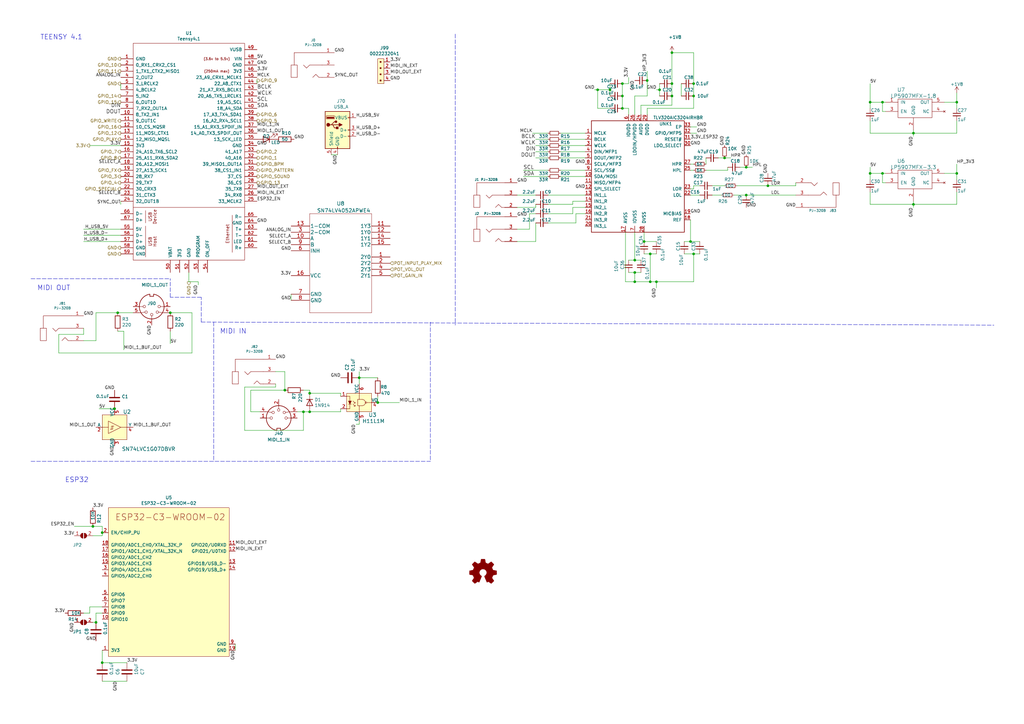
<source format=kicad_sch>
(kicad_sch (version 20211123) (generator eeschema)
  (paper "A3")
  (title_block (title "Pocket Operator MIDI Adapter") (rev "3.4") (company "Hanz Tech Inc"))
  (junction (at 361.95 71.12))
  (junction (at 266.7 104.14))
  (junction (at 260.35 115.57))
  (junction (at 69.85 128.27))
  (junction (at 41.91 271.78))
  (junction (at 264.16 99.06))
  (junction (at 266.7 115.57))
  (junction (at 374.65 83.82))
  (junction (at 255.27 39.37))
  (junction (at 306.07 80.01))
  (junction (at 265.43 33.02))
  (junction (at 284.48 104.14))
  (junction (at 297.18 64.77))
  (junction (at 260.35 111.76))
  (junction (at 127 168.91))
  (junction (at 356.87 41.91))
  (junction (at 361.95 41.91))
  (junction (at 275.59 34.29))
  (junction (at 314.96 76.2))
  (junction (at 38.1 215.9))
  (junction (at 392.43 41.91))
  (junction (at 275.59 21.59))
  (junction (at 392.43 71.12))
  (junction (at 275.59 39.37))
  (junction (at 283.21 99.06))
  (junction (at 245.11 36.83))
  (junction (at 269.24 115.57))
  (junction (at 127 161.29))
  (junction (at 270.51 36.83))
  (junction (at 260.35 106.68))
  (junction (at 147.32 154.94))
  (junction (at 48.26 128.27))
  (junction (at 284.48 39.37))
  (junction (at 116.84 160.02))
  (junction (at 41.91 218.44))
  (junction (at 306.07 68.58))
  (junction (at 124.46 168.91))
  (junction (at 356.87 71.12))
  (junction (at 39.37 255.27))
  (junction (at 255.27 44.45))
  (junction (at 284.48 34.29))
  (junction (at 374.65 54.61))
  (junction (at 46.99 167.64))
  (junction (at 250.19 36.83))
  (junction (at 154.94 165.1))
  (junction (at 255.27 34.29))
  (wire (pts (xy 234.95 85.09) (xy 240.03 85.09)))
  (wire (pts (xy 100.33 176.53) (xy 124.46 176.53)))
  (wire (pts (xy 284.48 104.14) (xy 287.02 104.14)))
  (polyline (pts (xy 82.55 121.92) (xy 69.85 121.92)))
  (wire (pts (xy 212.09 93.98) (xy 217.17 93.98)))
  (wire (pts (xy 280.67 104.14) (xy 284.48 104.14)))
  (wire (pts (xy 302.26 76.2) (xy 314.96 76.2)))
  (wire (pts (xy 326.39 76.2) (xy 326.39 74.93)))
  (wire (pts (xy 392.43 83.82) (xy 392.43 78.74)))
  (wire (pts (xy 100.33 158.75) (xy 100.33 176.53)))
  (wire (pts (xy 39.37 128.27) (xy 39.37 139.7)))
  (wire (pts (xy 102.87 160.02) (xy 116.84 160.02)))
  (wire (pts (xy 284.48 21.59) (xy 284.48 34.29)))
  (wire (pts (xy 292.1 76.2) (xy 297.18 76.2)))
  (wire (pts (xy 262.89 43.18) (xy 275.59 43.18)))
  (wire (pts (xy 250.19 36.83) (xy 250.19 39.37)))
  (wire (pts (xy 116.84 152.4) (xy 116.84 160.02)))
  (wire (pts (xy 306.07 80.01) (xy 326.39 80.01)))
  (wire (pts (xy 39.37 139.7) (xy 34.29 139.7)))
  (wire (pts (xy 387.35 41.91) (xy 392.43 41.91)))
  (wire (pts (xy 361.95 71.12) (xy 363.22 71.12)))
  (wire (pts (xy 127 161.29) (xy 139.7 161.29)))
  (wire (pts (xy 269.24 115.57) (xy 269.24 118.11)))
  (wire (pts (xy 275.59 21.59) (xy 284.48 21.59)))
  (wire (pts (xy 30.48 215.9) (xy 38.1 215.9)))
  (wire (pts (xy 260.35 115.57) (xy 260.35 111.76)))
  (wire (pts (xy 269.24 36.83) (xy 270.51 36.83)))
  (wire (pts (xy 121.92 168.91) (xy 124.46 168.91)))
  (wire (pts (xy 284.48 115.57) (xy 269.24 115.57)))
  (wire (pts (xy 260.35 106.68) (xy 262.89 106.68)))
  (wire (pts (xy 387.35 71.12) (xy 392.43 71.12)))
  (wire (pts (xy 127 168.91) (xy 139.7 168.91)))
  (wire (pts (xy 314.96 76.2) (xy 326.39 76.2)))
  (wire (pts (xy 105.41 33.02) (xy 105.41 34.29)))
  (wire (pts (xy 256.54 95.25) (xy 256.54 115.57)))
  (wire (pts (xy 81.28 116.84) (xy 81.28 115.57)))
  (wire (pts (xy 24.13 137.16) (xy 34.29 137.16)))
  (wire (pts (xy 356.87 41.91) (xy 361.95 41.91)))
  (wire (pts (xy 229.87 59.69) (xy 240.03 59.69)))
  (wire (pts (xy 69.85 135.89) (xy 69.85 140.97)))
  (polyline (pts (xy 12.7 114.3) (xy 69.85 114.3)))
  (wire (pts (xy 265.43 29.21) (xy 265.43 33.02)))
  (wire (pts (xy 285.75 54.61) (xy 283.21 54.61)))
  (wire (pts (xy 127 160.02) (xy 127 161.29)))
  (wire (pts (xy 392.43 71.12) (xy 392.43 73.66)))
  (wire (pts (xy 299.72 64.77) (xy 297.18 64.77)))
  (wire (pts (xy 34.29 251.46) (xy 36.83 251.46)))
  (wire (pts (xy 284.48 39.37) (xy 284.48 44.45)))
  (wire (pts (xy 217.17 93.98) (xy 217.17 87.63)))
  (wire (pts (xy 266.7 115.57) (xy 260.35 115.57)))
  (wire (pts (xy 41.91 215.9) (xy 38.1 215.9)))
  (wire (pts (xy 266.7 104.14) (xy 266.7 115.57)))
  (polyline (pts (xy 12.7 189.23) (xy 176.53 189.23)))
  (wire (pts (xy 265.43 46.99) (xy 265.43 44.45)))
  (wire (pts (xy 374.65 83.82) (xy 392.43 83.82)))
  (polyline (pts (xy 186.69 13.97) (xy 186.69 133.35)))
  (wire (pts (xy 78.74 144.78) (xy 24.13 144.78)))
  (wire (pts (xy 250.19 44.45) (xy 245.11 44.45)))
  (wire (pts (xy 266.7 104.14) (xy 269.24 104.14)))
  (wire (pts (xy 219.71 85.09) (xy 219.71 83.82)))
  (wire (pts (xy 146.05 173.99) (xy 147.32 173.99)))
  (wire (pts (xy 363.22 45.72) (xy 361.95 45.72)))
  (wire (pts (xy 135.89 63.5) (xy 138.43 63.5)))
  (wire (pts (xy 374.65 54.61) (xy 374.65 55.88)))
  (wire (pts (xy 139.7 161.29) (xy 139.7 162.56)))
  (wire (pts (xy 102.87 168.91) (xy 102.87 160.02)))
  (wire (pts (xy 392.43 41.91) (xy 392.43 44.45)))
  (wire (pts (xy 229.87 62.23) (xy 240.03 62.23)))
  (wire (pts (xy 224.79 87.63) (xy 234.95 87.63)))
  (wire (pts (xy 260.35 111.76) (xy 262.89 111.76)))
  (wire (pts (xy 275.59 34.29) (xy 275.59 39.37)))
  (wire (pts (xy 245.11 44.45) (xy 245.11 36.83)))
  (wire (pts (xy 265.43 44.45) (xy 284.48 44.45)))
  (wire (pts (xy 49.53 99.06) (xy 34.29 99.06)))
  (wire (pts (xy 119.38 120.65) (xy 119.38 123.19)))
  (wire (pts (xy 298.45 69.85) (xy 298.45 68.58)))
  (wire (pts (xy 224.79 83.82) (xy 234.95 83.82)))
  (wire (pts (xy 392.43 38.1) (xy 392.43 41.91)))
  (wire (pts (xy 124.46 160.02) (xy 127 160.02)))
  (wire (pts (xy 234.95 83.82) (xy 234.95 82.55)))
  (wire (pts (xy 49.53 93.98) (xy 34.29 93.98)))
  (wire (pts (xy 224.79 72.39) (xy 214.63 72.39)))
  (wire (pts (xy 363.22 74.93) (xy 361.95 74.93)))
  (wire (pts (xy 356.87 83.82) (xy 374.65 83.82)))
  (wire (pts (xy 285.75 52.07) (xy 283.21 52.07)))
  (wire (pts (xy 96.52 266.7) (xy 96.52 264.16)))
  (wire (pts (xy 24.13 144.78) (xy 24.13 137.16)))
  (wire (pts (xy 78.74 128.27) (xy 78.74 144.78)))
  (polyline (pts (xy 82.55 132.08) (xy 82.55 121.92)))
  (wire (pts (xy 279.4 34.29) (xy 279.4 39.37)))
  (wire (pts (xy 219.71 59.69) (xy 224.79 59.69)))
  (wire (pts (xy 374.65 54.61) (xy 392.43 54.61)))
  (wire (pts (xy 236.22 91.44) (xy 236.22 87.63)))
  (wire (pts (xy 257.81 31.75) (xy 257.81 34.29)))
  (wire (pts (xy 280.67 99.06) (xy 283.21 99.06)))
  (polyline (pts (xy 87.63 132.08) (xy 87.63 189.23)))
  (wire (pts (xy 255.27 39.37) (xy 255.27 44.45)))
  (wire (pts (xy 229.87 54.61) (xy 240.03 54.61)))
  (wire (pts (xy 257.81 34.29) (xy 255.27 34.29)))
  (wire (pts (xy 243.84 36.83) (xy 245.11 36.83)))
  (wire (pts (xy 212.09 99.06) (xy 219.71 99.06)))
  (wire (pts (xy 147.32 173.99) (xy 147.32 172.72)))
  (polyline (pts (xy 176.53 132.08) (xy 176.53 189.23)))
  (wire (pts (xy 41.91 219.71) (xy 41.91 218.44)))
  (wire (pts (xy 392.43 54.61) (xy 392.43 49.53)))
  (wire (pts (xy 283.21 69.85) (xy 284.48 69.85)))
  (wire (pts (xy 219.71 99.06) (xy 219.71 91.44)))
  (wire (pts (xy 219.71 57.15) (xy 224.79 57.15)))
  (wire (pts (xy 257.81 46.99) (xy 257.81 44.45)))
  (wire (pts (xy 139.7 168.91) (xy 139.7 167.64)))
  (polyline (pts (xy 69.85 121.92) (xy 69.85 114.3)))
  (wire (pts (xy 289.56 69.85) (xy 298.45 69.85)))
  (wire (pts (xy 39.37 255.27) (xy 39.37 251.46)))
  (wire (pts (xy 34.29 137.16) (xy 34.29 134.62)))
  (wire (pts (xy 41.91 218.44) (xy 41.91 215.9)))
  (wire (pts (xy 356.87 78.74) (xy 356.87 83.82)))
  (wire (pts (xy 356.87 54.61) (xy 374.65 54.61)))
  (wire (pts (xy 41.91 271.78) (xy 41.91 266.7)))
  (wire (pts (xy 113.03 158.75) (xy 100.33 158.75)))
  (wire (pts (xy 48.26 128.27) (xy 54.61 128.27)))
  (wire (pts (xy 356.87 71.12) (xy 356.87 73.66)))
  (wire (pts (xy 124.46 176.53) (xy 124.46 168.91)))
  (wire (pts (xy 41.91 279.4) (xy 52.07 279.4)))
  (wire (pts (xy 49.53 96.52) (xy 34.29 96.52)))
  (wire (pts (xy 154.94 165.1) (xy 163.83 165.1)))
  (wire (pts (xy 292.1 80.01) (xy 295.91 80.01)))
  (wire (pts (xy 356.87 68.58) (xy 356.87 71.12)))
  (wire (pts (xy 275.59 21.59) (xy 275.59 34.29)))
  (wire (pts (xy 212.09 80.01) (xy 219.71 80.01)))
  (wire (pts (xy 38.1 219.71) (xy 41.91 219.71)))
  (wire (pts (xy 147.32 152.4) (xy 147.32 154.94)))
  (wire (pts (xy 284.48 34.29) (xy 284.48 39.37)))
  (wire (pts (xy 212.09 85.09) (xy 219.71 85.09)))
  (wire (pts (xy 303.53 68.58) (xy 306.07 68.58)))
  (wire (pts (xy 219.71 62.23) (xy 224.79 62.23)))
  (wire (pts (xy 283.21 80.01) (xy 287.02 80.01)))
  (wire (pts (xy 262.89 46.99) (xy 262.89 43.18)))
  (wire (pts (xy 283.21 67.31) (xy 284.48 67.31)))
  (wire (pts (xy 219.71 64.77) (xy 224.79 64.77)))
  (wire (pts (xy 260.35 46.99) (xy 260.35 39.37)))
  (polyline (pts (xy 82.55 132.08) (xy 407.67 133.35)))
  (wire (pts (xy 147.32 157.48) (xy 147.32 154.94)))
  (wire (pts (xy 41.91 271.78) (xy 52.07 271.78)))
  (wire (pts (xy 392.43 67.31) (xy 392.43 71.12)))
  (wire (pts (xy 270.51 34.29) (xy 270.51 36.83)))
  (wire (pts (xy 49.53 83.82) (xy 49.53 82.55)))
  (wire (pts (xy 147.32 154.94) (xy 154.94 154.94)))
  (wire (pts (xy 265.43 39.37) (xy 265.43 33.02)))
  (wire (pts (xy 361.95 74.93) (xy 361.95 71.12)))
  (wire (pts (xy 374.65 83.82) (xy 374.65 85.09)))
  (wire (pts (xy 356.87 71.12) (xy 361.95 71.12)))
  (wire (pts (xy 257.81 44.45) (xy 255.27 44.45)))
  (wire (pts (xy 289.56 67.31) (xy 289.56 64.77)))
  (wire (pts (xy 124.46 168.91) (xy 127 168.91)))
  (wire (pts (xy 275.59 39.37) (xy 275.59 43.18)))
  (wire (pts (xy 69.85 128.27) (xy 78.74 128.27)))
  (wire (pts (xy 113.03 152.4) (xy 116.84 152.4)))
  (wire (pts (xy 234.95 87.63) (xy 234.95 85.09)))
  (wire (pts (xy 361.95 41.91) (xy 363.22 41.91)))
  (wire (pts (xy 284.48 77.47) (xy 284.48 76.2)))
  (wire (pts (xy 229.87 64.77) (xy 240.03 64.77)))
  (wire (pts (xy 218.44 54.61) (xy 224.79 54.61)))
  (wire (pts (xy 306.07 68.58) (xy 308.61 68.58)))
  (wire (pts (xy 264.16 99.06) (xy 269.24 99.06)))
  (wire (pts (xy 260.35 39.37) (xy 265.43 39.37)))
  (wire (pts (xy 361.95 45.72) (xy 361.95 41.91)))
  (wire (pts (xy 77.47 115.57) (xy 77.47 111.76)))
  (wire (pts (xy 217.17 87.63) (xy 219.71 87.63)))
  (wire (pts (xy 250.19 34.29) (xy 250.19 36.83)))
  (wire (pts (xy 224.79 91.44) (xy 236.22 91.44)))
  (wire (pts (xy 283.21 90.17) (xy 283.21 99.06)))
  (wire (pts (xy 374.65 53.34) (xy 374.65 54.61)))
  (wire (pts (xy 39.37 128.27) (xy 48.26 128.27)))
  (wire (pts (xy 36.83 248.92) (xy 41.91 248.92)))
  (wire (pts (xy 229.87 57.15) (xy 240.03 57.15)))
  (wire (pts (xy 284.48 76.2) (xy 287.02 76.2)))
  (wire (pts (xy 356.87 49.53) (xy 356.87 54.61)))
  (wire (pts (xy 257.81 111.76) (xy 260.35 111.76)))
  (wire (pts (xy 36.83 59.69) (xy 49.53 59.69)))
  (wire (pts (xy 234.95 82.55) (xy 240.03 82.55)))
  (wire (pts (xy 245.11 36.83) (xy 250.19 36.83)))
  (wire (pts (xy 374.65 82.55) (xy 374.65 83.82)))
  (wire (pts (xy 229.87 69.85) (xy 240.03 69.85)))
  (wire (pts (xy 297.18 64.77) (xy 294.64 64.77)))
  (wire (pts (xy 38.1 255.27) (xy 39.37 255.27)))
  (wire (pts (xy 224.79 69.85) (xy 214.63 69.85)))
  (wire (pts (xy 264.16 104.14) (xy 266.7 104.14)))
  (wire (pts (xy 256.54 115.57) (xy 260.35 115.57)))
  (wire (pts (xy 284.48 104.14) (xy 284.48 115.57)))
  (wire (pts (xy 106.68 168.91) (xy 102.87 168.91)))
  (wire (pts (xy 356.87 41.91) (xy 356.87 44.45)))
  (wire (pts (xy 260.35 95.25) (xy 260.35 106.68)))
  (wire (pts (xy 269.24 115.57) (xy 266.7 115.57)))
  (wire (pts (xy 356.87 34.29) (xy 356.87 41.91)))
  (wire (pts (xy 270.51 36.83) (xy 270.51 39.37)))
  (wire (pts (xy 224.79 80.01) (xy 240.03 80.01)))
  (wire (pts (xy 300.99 80.01) (xy 306.07 80.01)))
  (wire (pts (xy 283.21 77.47) (xy 284.48 77.47)))
  (wire (pts (xy 40.64 167.64) (xy 46.99 167.64)))
  (wire (pts (xy 236.22 87.63) (xy 240.03 87.63)))
  (wire (pts (xy 283.21 99.06) (xy 287.02 99.06)))
  (wire (pts (xy 229.87 72.39) (xy 240.03 72.39)))
  (wire (pts (xy 257.81 106.68) (xy 260.35 106.68)))
  (wire (pts (xy 50.8 143.51) (xy 50.8 135.89)))
  (wire (pts (xy 49.53 34.29) (xy 49.53 36.83)))
  (wire (pts (xy 154.94 162.56) (xy 154.94 165.1)))
  (wire (pts (xy 264.16 95.25) (xy 264.16 99.06)))
  (wire (pts (xy 39.37 251.46) (xy 41.91 251.46)))
  (wire (pts (xy 36.83 251.46) (xy 36.83 248.92)))
  (wire (pts (xy 113.03 158.75) (xy 113.03 157.48)))
  (wire (pts (xy 255.27 34.29) (xy 255.27 39.37)))
  (wire (pts (xy 81.28 115.57) (xy 77.47 115.57)))
  (wire (pts (xy 50.8 135.89) (xy 48.26 135.89)))
  (text "MIDI OUT" (at 15.24 119.38 0) (effects (font (size 2 2)) (justify left bottom)))
  (text "ESP32" (at 26.67 198.12 0) (effects (font (size 2 2)) (justify left bottom)))
  (text "MIDI IN" (at 90.17 137.16 0) (effects (font (size 2 2)) (justify left bottom)))
  (text "TEENSY 4.1\n" (at 16.51 16.51 0) (effects (font (size 2 2)) (justify left bottom)))
  (label "GND" (at 283.21 87.63 0))
  (label "HP_3V3" (at 392.43 67.31 0))
  (label "GND" (at 62.23 133.35 270))
  (label "GND" (at 146.05 173.99 270))
  (label "3.3V" (at 38.1 208.28 0))
  (label "3.3V_ESP32" (at 283.21 57.15 0))
  (label "GND" (at 269.24 118.11 270))
  (label "SELECT_A" (at 49.53 67.31 180))
  (label "GND" (at 48.26 279.4 270))
  (label "5V" (at 356.87 68.58 0))
  (label "DIN" (at 49.53 44.45 180) (effects (font (size 1.524 1.524))))
  (label "DOUT" (at 49.53 46.99 180) (effects (font (size 1.524 1.524))))
  (label "MCLK" (at 218.44 54.61 180))
  (label "GND" (at 306.07 63.5 90))
  (label "3.3V" (at 147.32 152.4 0))
  (label "MIDI_1_OUT" (at 105.41 54.61 0))
  (label "GND" (at 105.41 59.69 0))
  (label "GND" (at 34.29 129.54 0))
  (label "LOR" (at 316.23 76.2 0))
  (label "SCL" (at 105.41 41.91 0) (effects (font (size 1.524 1.524))))
  (label "GND" (at 285.75 52.07 0))
  (label "3.3V" (at 160.02 25.4 0))
  (label "MIDI_1_IN" (at 105.41 52.07 0))
  (label "GND" (at 138.43 63.5 270))
  (label "GND" (at 285.75 54.61 0))
  (label "GND" (at 297.18 59.69 90))
  (label "GND" (at 374.65 55.88 270))
  (label "GND" (at 81.28 116.84 270))
  (label "WCLK" (at 219.71 59.69 180) (effects (font (size 1.524 1.524))))
  (label "ESP32_EN" (at 30.48 215.9 180))
  (label "MIDI_1_IN" (at 163.83 165.1 0))
  (label "H_USB_5V" (at 44.45 93.98 180))
  (label "MIDI_IN_EXT" (at 96.52 226.06 0))
  (label "SDA" (at 214.63 72.39 0) (effects (font (size 1.524 1.524))))
  (label "GND" (at 139.7 154.94 180))
  (label "MIDI_OUT_EXT" (at 160.02 30.48 0))
  (label "GND" (at 105.41 26.67 0))
  (label "MCLK" (at 105.41 31.75 0))
  (label "5V" (at 105.41 24.13 0))
  (label "SYNC_OUT" (at 137.16 31.75 0))
  (label "GND" (at 314.96 71.12 90))
  (label "3.3V" (at 30.48 219.71 180))
  (label "GND" (at 113.03 147.32 0))
  (label "3.3V" (at 26.67 251.46 180))
  (label "GND" (at 212.09 88.9 0))
  (label "WCLK" (at 105.41 39.37 0) (effects (font (size 1.524 1.524))))
  (label "SDA" (at 105.41 44.45 0) (effects (font (size 1.524 1.524))))
  (label "H_USB_D-" (at 146.05 55.88 0))
  (label "3.3V" (at 257.81 31.75 90))
  (label "GND" (at 326.39 85.09 180))
  (label "MIDI_1_OUT" (at 39.37 175.26 180))
  (label "H_USB_D+" (at 146.05 53.34 0))
  (label "MIDI_OUT_EXT" (at 96.52 223.52 0))
  (label "GND" (at 306.07 85.09 0))
  (label "GND" (at 105.41 91.44 0))
  (label "HP_3V3" (at 265.43 29.21 90))
  (label "GND" (at 46.99 160.02 180))
  (label "3.3V" (at 49.53 59.69 180))
  (label "GND" (at 283.21 59.69 0))
  (label "BCLK" (at 105.41 36.83 0) (effects (font (size 1.524 1.524))))
  (label "3.3V" (at 119.38 113.03 180))
  (label "GND" (at 260.35 33.02 270))
  (label "5V" (at 40.64 167.64 0))
  (label "GND" (at 160.02 33.02 0))
  (label "H_USB_D+" (at 44.45 99.06 180))
  (label "GND" (at 30.48 255.27 270))
  (label "GND" (at 96.52 266.7 270))
  (label "GND" (at 39.37 262.89 180))
  (label "GND" (at 240.03 67.31 180))
  (label "MIDI_IN_EXT" (at 105.41 80.01 0))
  (label "DOUT" (at 219.71 64.77 180) (effects (font (size 1.524 1.524))))
  (label "HPL" (at 308.61 68.58 0))
  (label "GND" (at 243.84 36.83 180))
  (label "MIDI_IN_EXT" (at 160.02 27.94 0))
  (label "H_USB_5V" (at 146.05 48.26 0))
  (label "GND" (at 119.38 102.87 180))
  (label "GND" (at 119.38 123.19 180))
  (label "SELECT_A" (at 119.38 97.79 180))
  (label "GND" (at 212.09 74.93 0))
  (label "HPR" (at 299.72 64.77 0))
  (label "GND" (at 374.65 85.09 270))
  (label "ESP32_EN" (at 105.41 82.55 0))
  (label "GND" (at 120.65 57.15 0))
  (label "3.3V" (at 105.41 29.21 0))
  (label "SYNC_OUT" (at 49.53 83.82 180))
  (label "GND" (at 240.03 77.47 180))
  (label "GND" (at 137.16 21.59 0))
  (label "5V" (at 356.87 34.29 0))
  (label "SELECT_B" (at 49.53 80.01 180))
  (label "SELECT_B" (at 119.38 100.33 180))
  (label "MIDI_1_BUF_OUT" (at 50.8 143.51 0))
  (label "5V" (at 69.85 140.97 0))
  (label "GND" (at 269.24 36.83 180))
  (label "MIDI_OUT_EXT" (at 105.41 77.47 0))
  (label "H_USB_D-" (at 44.45 96.52 180))
  (label "ANALOG_IN" (at 49.53 31.75 180))
  (label "GND" (at 46.99 182.88 270))
  (label "BCLK" (at 219.71 57.15 180) (effects (font (size 1.524 1.524))))
  (label "DIN" (at 219.71 62.23 180) (effects (font (size 1.524 1.524))))
  (label "SCL" (at 214.63 69.85 0) (effects (font (size 1.524 1.524))))
  (label "3.3V" (at 52.07 271.78 0))
  (label "ANALOG_IN" (at 119.38 95.25 180))
  (label "LOL" (at 316.23 80.01 0))
  (label "MIDI_1_BUF_OUT" (at 54.61 175.26 0))
  (hierarchical_label "GND" (shape output) (at 49.53 34.29 180))
  (hierarchical_label "GND" (shape output) (at 49.53 101.6 180))
  (hierarchical_label "GPIO_4" (shape output) (at 49.53 74.93 180))
  (hierarchical_label "GPIO_WRITE" (shape output) (at 49.53 49.53 180))
  (hierarchical_label "GPIO_SPECIAL" (shape output) (at 49.53 77.47 180))
  (hierarchical_label "GPIO_FX" (shape output) (at 49.53 69.85 180))
  (hierarchical_label "GPIO_11" (shape output) (at 49.53 29.21 180))
  (hierarchical_label "POT_INPUT_PLAY_MIX" (shape input) (at 160.02 107.95 0))
  (hierarchical_label "GPIO_SOUND" (shape output) (at 105.41 72.39 0))
  (hierarchical_label "POT_VOL_OUT" (shape input) (at 160.02 110.49 0))
  (hierarchical_label "GPIO_7" (shape output) (at 49.53 62.23 180))
  (hierarchical_label "GIPO_PATTERN" (shape output) (at 105.41 69.85 0))
  (hierarchical_label "GPIO_16" (shape output) (at 49.53 52.07 180))
  (hierarchical_label "GPIO_PLAY" (shape output) (at 49.53 57.15 180))
  (hierarchical_label "GPIO_BPM" (shape output) (at 105.41 67.31 0))
  (hierarchical_label "GPIO_13" (shape output) (at 105.41 74.93 0))
  (hierarchical_label "GPIO_14" (shape output) (at 49.53 39.37 180))
  (hierarchical_label "GPIO_9" (shape output) (at 105.41 33.02 0))
  (hierarchical_label "GPIO_5" (shape output) (at 105.41 49.53 0))
  (hierarchical_label "GPIO_3" (shape output) (at 49.53 72.39 180))
  (hierarchical_label "GPIO_10" (shape output) (at 49.53 26.67 180))
  (hierarchical_label "GND" (shape output) (at 77.47 115.57 270))
  (hierarchical_label "GPIO_6" (shape output) (at 105.41 46.99 0))
  (hierarchical_label "GND" (shape output) (at 49.53 104.14 180))
  (hierarchical_label "GPIO_8" (shape output) (at 49.53 64.77 180))
  (hierarchical_label "GPIO_12" (shape output) (at 49.53 54.61 180))
  (hierarchical_label "GND" (shape output) (at 49.53 24.13 180))
  (hierarchical_label "POT_GAIN_IN" (shape input) (at 160.02 113.03 0))
  (hierarchical_label "GPIO_2" (shape output) (at 105.41 62.23 0))
  (hierarchical_label "GPIO_15" (shape output) (at 49.53 41.91 180))
  (hierarchical_label "3.3V" (shape output) (at 36.83 59.69 180))
  (hierarchical_label "GPIO_1" (shape output) (at 105.41 64.77 0))
  (symbol (lib_id "Device:R") (at 69.85 132.08 0) (unit 1)
    (property "Reference" "R2" (at 71.628 130.9116 0) (effects (justify left)))
    (property "Value" "220" (at 71.628 133.223 0) (effects (justify left)))
    (property "Footprint" "Resistor_SMD:R_0805_2012Metric_Pad1.20x1.40mm_HandSolder" (effects hide))
    (property "LCSC" " C17557 " (effects hide))
  )
  (symbol (lib_id "Device:R") (at 48.26 132.08 0) (unit 1)
    (property "Reference" "R3" (at 50.038 130.9116 0) (effects (justify left)))
    (property "Value" "220" (at 50.038 133.223 0) (effects (justify left)))
    (property "Footprint" "Resistor_SMD:R_0805_2012Metric_Pad1.20x1.40mm_HandSolder" (effects hide))
    (property "LCSC" " C17557 " (effects hide))
  )
  (symbol (lib_id "dk_Optoisolators-Logic-Output:H11L1M") (at 147.32 165.1 0) (unit 1)
    (property "Reference" "U3" (at 151.13 170.18 0) (effects (font (size 1.524 1.524)) (justify left)))
    (property "Value" "H11L1M" (at 148.59 172.72 0) (effects (font (size 1.524 1.524)) (justify left)))
    (property "Footprint" "Package_DIP:DIP-6_W7.62mm" (effects hide))
    (property "Datasheet" "https://jlcpcb.com/partdetail/EverlightElec-H11L1S_TA/C78589" (effects hide))
    (property "Digi-Key_PN" "H11L1-MQT-ND" (effects hide))
    (property "MPN" "H11L1M" (effects hide))
    (property "Category" "Isolators" (effects hide))
    (property "Family" "Optoisolators - Logic Output" (effects hide))
    (property "DK_Datasheet_Link" "http://www.onsemi.com/pub/Collateral/H11L3M-D.pdf" (effects hide))
    (property "DK_Detail_Page" "/product-detail/en/on-semiconductor/H11L1M/H11L1-MQT-ND/284866" (effects hide))
    (property "Description" "OPTOISO 4.17KV OPN COLL 6DIP" (effects hide))
    (property "Manufacturer" "ON Semiconductor" (effects hide))
    (property "Status" "Active" (effects hide))
  )
  (symbol (lib_id "Connector:DIN-5_180degree") (at 114.3 171.45 0) (unit 1)
    (property "Reference" "J40" (at 114.3 177.8 0))
    (property "Value" "MIDI_1_IN" (at 114.3 180.34 0))
    (property "Footprint" "poma:MIDI_DIN5_NO_ATTACHEMENT" (effects hide))
    (property "Datasheet" "http://www.mouser.com/ds/2/18/40_c091_abd_e-75918.pdf" (effects hide))
  )
  (symbol (lib_id "Device:R") (at 120.65 160.02 90) (unit 1)
    (property "Reference" "R7" (at 120.65 163.83 0) (effects (justify left)))
    (property "Value" "220" (at 123.19 165.1 0) (effects (justify left)))
    (property "Footprint" "Resistor_SMD:R_0805_2012Metric_Pad1.20x1.40mm_HandSolder" (effects hide))
    (property "LCSC" " C17557 " (effects hide))
  )
  (symbol (lib_id "Diode:1N914") (at 127 165.1 270) (unit 1)
    (property "Reference" "D1" (at 129.0066 163.9316 90) (effects (justify left)))
    (property "Value" "1N914" (at 129.0066 166.243 90) (effects (justify left)))
    (property "Footprint" "Diode_THT:D_DO-35_SOD27_P7.62mm_Horizontal" (effects hide))
    (property "Datasheet" "https://jlcpcb.com/parts/2nd/Diodes/Switching_Diode_67" (effects hide))
  )
  (symbol (lib_id "Device:R") (at 154.94 158.75 0) (mirror y) (unit 1)
    (property "Reference" "R8" (at 158.75 158.75 0) (effects (justify left)))
    (property "Value" "470" (at 160.02 161.29 0) (effects (justify left)))
    (property "Footprint" "Resistor_SMD:R_0805_2012Metric_Pad1.20x1.40mm_HandSolder" (effects hide))
    (property "LCSC" "C17710 " (effects hide))
  )
  (symbol (lib_id "Connector:USB_A") (at 138.43 53.34 0) (unit 1)
    (property "Reference" "J70" (at 139.8778 41.4782 0))
    (property "Value" "USB_A" (at 139.8778 43.7896 0))
    (property "Footprint" "poma:TE_292303-1" (effects hide))
    (property "Datasheet" " ~" (effects hide))
  )
  (symbol (lib_id "poma:PJ-320B") (at 127 29.21 0) (unit 1)
    (property "Reference" "J0" (at 128.4732 16.4846 0) (effects (font (size 0.9906 0.9906))))
    (property "Value" "PJ-320B" (at 128.4732 18.3896 0) (effects (font (size 0.9906 0.9906))))
    (property "Footprint" "poma:3.5mm_stereo_jack_PJ320B_THRU" (effects hide))
  )
  (symbol (lib_id "Connector:DIN-5_180degree") (at 62.23 125.73 180) (unit 1)
    (property "Reference" "J90" (at 62.23 124.46 0))
    (property "Value" "MIDI_1_OUT" (at 63.5 116.84 0))
    (property "Footprint" "poma:MIDI_DIN5_NO_ATTACHEMENT" (effects hide))
    (property "Datasheet" "http://www.mouser.com/ds/2/18/40_c091_abd_e-75918.pdf" (effects hide))
  )
  (symbol (lib_id "poma:Teensy4.1") (at 77.47 78.74 0) (unit 1)
    (property "Reference" "U1" (at 77.47 13.589 0))
    (property "Value" "Teensy4.1" (at 77.47 15.9004 0))
    (property "Footprint" "Teensy:Teensy41_poma" (effects hide))
  )
  (symbol (lib_id "Device:C") (at 46.99 163.83 0) (unit 1)
    (property "Reference" "C1" (at 49.911 162.6616 0) (effects (justify left)))
    (property "Value" "0.1uF" (at 39.37 162.56 0) (effects (justify left)))
    (property "Footprint" "Capacitor_SMD:C_0805_2012Metric_Pad1.18x1.45mm_HandSolder" (effects hide))
    (property "LCSC" "C28233" (effects hide))
  )
  (symbol (lib_id "Device:C") (at 143.51 154.94 90) (unit 1)
    (property "Reference" "C2" (at 142.3416 152.019 0) (effects (justify left)))
    (property "Value" "0.1uF" (at 144.78 152.4 0) (effects (justify left)))
    (property "Footprint" "Capacitor_SMD:C_0805_2012Metric_Pad1.18x1.45mm_HandSolder" (effects hide))
    (property "LCSC" "C28233" (effects hide))
  )
  (symbol (lib_id "Device:LED") (at 109.22 57.15 180) (unit 1)
    (property "Reference" "D2" (at 109.22 55.88 0))
    (property "Value" "LED" (at 113.03 58.42 0))
    (property "Footprint" "LED_SMD:LED_0805_2012Metric_Pad1.15x1.40mm_HandSolder" (effects hide))
    (property "LCSC" "C401117" (effects hide))
  )
  (symbol (lib_id "Device:R") (at 116.84 57.15 90) (unit 1)
    (property "Reference" "R10" (at 119.38 54.61 90) (effects (justify left)))
    (property "Value" "50" (at 118.11 57.15 90) (effects (justify left)))
    (property "Footprint" "Resistor_SMD:R_0805_2012Metric_Pad1.20x1.40mm_HandSolder" (effects hide))
    (property "LCSC" " C17784 " (effects hide))
  )
  (symbol (lib_id "poma:ESP32-C3-WROOM-02") (at 68.58 240.03 0) (unit 1)
    (property "Reference" "U5" (at 69.215 204.089 0))
    (property "Value" "ESP32-C3-WROOM-02" (at 69.215 206.4004 0))
    (property "Footprint" "Espressif:ESP32-C3-WROOM-02" (effects hide))
    (property "Datasheet" "https://www.espressif.com/sites/default/files/documentation/esp32-c3-wroom-02_datasheet_en.pdf" (effects hide))
    (property "LCSC" "C2934560" (effects hide))
  )
  (symbol (lib_id "Device:C") (at 41.91 275.59 0) (unit 1)
    (property "Reference" "C6" (at 48.26 276.86 90) (effects (justify left)))
    (property "Value" "0.1uF" (at 45.72 276.86 90) (effects (justify left)))
    (property "Footprint" "Capacitor_SMD:C_0805_2012Metric_Pad1.18x1.45mm_HandSolder" (effects hide))
    (property "LCSC" "C28233" (effects hide))
  )
  (symbol (lib_id "Device:C") (at 52.07 275.59 0) (unit 1)
    (property "Reference" "C7" (at 58.42 276.86 90) (effects (justify left)))
    (property "Value" "10uF" (at 55.88 276.86 90) (effects (justify left)))
    (property "Footprint" "Capacitor_SMD:C_0805_2012Metric_Pad1.18x1.45mm_HandSolder" (effects hide))
    (property "LCSC" " C440198 " (effects hide))
  )
  (symbol (lib_id "dk_Rectangular-Connectors-Headers-Male-Pins:0022232041") (at 157.48 25.4 270) (unit 1)
    (property "Reference" "J99" (at 157.6832 19.685 90))
    (property "Value" "0022232041" (at 157.6832 21.9964 90))
    (property "Footprint" "digikey-footprints:PinHeader_1x4_P2.54mm_Drill1.02mm" (effects hide))
    (property "Datasheet" "https://www.molex.com/pdm_docs/sd/022232041_sd.pdf" (effects hide))
    (property "Digi-Key_PN" "WM4202-ND" (effects hide))
    (property "MPN" "0022232041" (effects hide))
    (property "Category" "Connectors, Interconnects" (effects hide))
    (property "Family" "Rectangular Connectors - Headers, Male Pins" (effects hide))
    (property "DK_Datasheet_Link" "https://www.molex.com/pdm_docs/sd/022232041_sd.pdf" (effects hide))
    (property "DK_Detail_Page" "/product-detail/en/molex/0022232041/WM4202-ND/26671" (effects hide))
    (property "Description" "CONN HEADER VERT 4POS 2.54MM" (effects hide))
    (property "Manufacturer" "Molex" (effects hide))
    (property "Status" "Active" (effects hide))
  )
  (symbol (lib_id "Device:C") (at 39.37 259.08 0) (unit 1)
    (property "Reference" "C8" (at 35.56 260.35 90) (effects (justify left)))
    (property "Value" "0.1uF" (at 43.18 260.35 90) (effects (justify left)))
    (property "Footprint" "Capacitor_SMD:C_0805_2012Metric_Pad1.18x1.45mm_HandSolder" (effects hide))
    (property "LCSC" "C28233" (effects hide))
  )
  (symbol (lib_id "Device:R") (at 30.48 251.46 270) (unit 1)
    (property "Reference" "R14" (at 27.94 254 90) (effects (justify left)))
    (property "Value" "10K" (at 29.21 251.46 90) (effects (justify left)))
    (property "Footprint" "Resistor_SMD:R_0805_2012Metric_Pad1.20x1.40mm_HandSolder" (effects hide))
    (property "LCSC" " C17414 " (effects hide))
  )
  (symbol (lib_id "dk_Logic-Buffers-Drivers-Receivers-Transceivers:SN74LVC1G07DBVR") (at 46.99 175.26 0) (unit 1)
    (property "Reference" "U2" (at 52.07 168.91 0) (effects (font (size 1.524 1.524))))
    (property "Value" "SN74LVC1G07DBVR" (at 60.96 184.15 0) (effects (font (size 1.524 1.524))))
    (property "Footprint" "digikey-footprints:SOT-753" (effects hide))
    (property "Datasheet" "http://www.ti.com/general/docs/suppproductinfo.tsp?distId=10&gotoUrl=http%3A%2F%2Fwww.ti.com%2Flit%2Fgpn%2Fsn74lvc1g07" (effects hide))
    (property "Digi-Key_PN" "296-8485-1-ND" (effects hide))
    (property "MPN" "SN74LVC1G07DBVR" (effects hide))
    (property "Category" "Integrated Circuits (ICs)" (effects hide))
    (property "Family" "Logic - Buffers, Drivers, Receivers, Transceivers" (effects hide))
    (property "DK_Datasheet_Link" "http://www.ti.com/general/docs/suppproductinfo.tsp?distId=10&gotoUrl=http%3A%2F%2Fwww.ti.com%2Flit%2Fgpn%2Fsn74lvc1g07" (effects hide))
    (property "DK_Detail_Page" "/product-detail/en/texas-instruments/SN74LVC1G07DBVR/296-8485-1-ND/377454" (effects hide))
    (property "Description" "IC BUF NON-INVERT 5.5V SOT23-5" (effects hide))
    (property "Manufacturer" "Texas Instruments" (effects hide))
    (property "Status" "Active" (effects hide))
    (property "LCSC" "C7829" (effects hide))
  )
  (symbol (lib_id "Device:R_Small") (at 227.33 54.61 270) (unit 1)
    (property "Reference" "R15" (at 229.87 55.88 90) (effects (justify left)))
    (property "Value" "33R" (at 220.98 55.88 90) (effects (justify left)))
    (property "Footprint" "Resistor_SMD:R_0402_1005Metric" (effects hide))
  )
  (symbol (lib_id "Device:C_Small") (at 289.56 76.2 90) (unit 1)
    (property "Reference" "C17" (at 288.29 74.93 90) (effects (justify left)))
    (property "Value" "1uF" (at 295.91 77.47 90) (effects (justify left)))
    (property "Footprint" "Capacitor_SMD:C_0402_1005Metric" (effects hide))
  )
  (symbol (lib_id "Device:C_Small") (at 280.67 101.6 180) (unit 1)
    (property "Reference" "C15" (at 278.13 99.06 90) (effects (justify left)))
    (property "Value" "10uF" (at 279.4 104.14 90) (effects (justify left)))
    (property "Footprint" "Capacitor_SMD:C_0402_1005Metric" (effects hide))
  )
  (symbol (lib_id "Device:C_Small") (at 300.99 68.58 90) (unit 1)
    (property "Reference" "C18" (at 303.53 66.04 90) (effects (justify left)))
    (property "Value" "47uF" (at 304.8 71.12 90) (effects (justify left)))
    (property "Footprint" "Capacitor_SMD:C_0402_1005Metric" (effects hide))
  )
  (symbol (lib_id "Device:R_Small") (at 227.33 72.39 270) (unit 1)
    (property "Reference" "R21" (at 229.87 73.66 90) (effects (justify left)))
    (property "Value" "33R" (at 220.98 73.66 90) (effects (justify left)))
    (property "Footprint" "Resistor_SMD:R_0402_1005Metric" (effects hide))
  )
  (symbol (lib_id "Device:C_Small") (at 281.94 39.37 90) (unit 1)
    (property "Reference" "C32" (at 284.48 36.83 90) (effects (justify left)))
    (property "Value" "10uF" (at 290.83 39.37 90) (effects (justify left)))
    (property "Footprint" "Capacitor_SMD:C_0402_1005Metric" (effects hide))
  )
  (symbol (lib_id "Tympan:LP5907MFX-1.8") (at 373.38 77.47 0) (unit 1)
    (property "Reference" "U6" (at 369.57 66.04 0) (effects (font (size 1.524 1.524))))
    (property "Value" "LP5907MFX-3.3" (at 374.65 68.58 0) (effects (font (size 1.524 1.524))))
    (property "Footprint" "Package_TO_SOT_SMD:SOT-23-5" (effects hide))
  )
  (symbol (lib_id "Device:C_Small") (at 306.07 82.55 180) (unit 1)
    (property "Reference" "C29" (at 303.53 80.01 90) (effects (justify left)))
    (property "Value" "47uF" (at 308.61 78.74 90) (effects (justify left)))
    (property "Footprint" "Capacitor_SMD:C_0402_1005Metric" (effects hide))
  )
  (symbol (lib_id "Device:C_Small") (at 222.25 80.01 90) (unit 1)
    (property "Reference" "C9" (at 226.06 78.74 90) (effects (justify left)))
    (property "Value" "2.2uF" (at 219.71 78.74 90) (effects (justify left)))
    (property "Footprint" "Capacitor_SMD:C_0402_1005Metric" (effects hide))
  )
  (symbol (lib_id "Device:C_Small") (at 392.43 76.2 0) (unit 1)
    (property "Reference" "C31" (at 392.684 74.422 0) (effects (justify left)))
    (property "Value" "1uF" (at 392.684 78.232 0) (effects (justify left)))
    (property "Footprint" "Capacitor_SMD:C_0402_1005Metric" (effects hide))
  )
  (symbol (lib_id "Graphic:Logo_Open_Hardware_Small") (at 198.12 234.95 0) (unit 1)
    (property "Reference" "#LOGO1" (effects hide))
    (property "Value" "Logo_Open_Hardware_Small" (effects hide))
    (property "Footprint" "logo:B.SilkS_g842" (effects hide))
  )
  (symbol (lib_id "Device:C_Small") (at 289.56 80.01 90) (unit 1)
    (property "Reference" "C16" (at 287.02 78.74 90) (effects (justify left)))
    (property "Value" "1uF" (at 289.56 82.55 90) (effects (justify left)))
    (property "Footprint" "Capacitor_SMD:C_0402_1005Metric" (effects hide))
  )
  (symbol (lib_id "Device:C_Small") (at 252.73 44.45 270) (unit 1)
    (property "Reference" "C25" (at 248.92 45.72 90) (effects (justify left)))
    (property "Value" "0.1uF" (at 246.38 43.18 90) (effects (justify left)))
    (property "Footprint" "Capacitor_SMD:C_0402_1005Metric" (effects hide))
  )
  (symbol (lib_id "poma:PJ-320B") (at 201.93 96.52 0) (unit 1)
    (property "Reference" "J2" (at 195.58 87.63 0) (effects (font (size 0.9906 0.9906))))
    (property "Value" "PJ-320B" (at 201.93 87.63 0) (effects (font (size 0.9906 0.9906))))
    (property "Footprint" "jacks:3.5mm_stereo_jack_PJ320B" (effects hide))
  )
  (symbol (lib_id "Device:R_Small") (at 227.33 64.77 270) (unit 1)
    (property "Reference" "R19" (at 229.87 66.04 90) (effects (justify left)))
    (property "Value" "33R" (at 220.98 66.04 90) (effects (justify left)))
    (property "Footprint" "Resistor_SMD:R_0402_1005Metric" (effects hide))
  )
  (symbol (lib_id "Device:R_Small") (at 298.45 80.01 90) (unit 1)
    (property "Reference" "R26" (at 298.45 82.55 90) (effects (justify left)))
    (property "Value" "100" (at 299.72 80.01 90) (effects (justify left)))
    (property "Footprint" "Resistor_SMD:R_0402_1005Metric" (effects hide))
  )
  (symbol (lib_id "Tympan:LP5907MFX-1.8") (at 373.38 48.26 0) (unit 1)
    (property "Reference" "U7" (at 369.57 36.83 0) (effects (font (size 1.524 1.524))))
    (property "Value" "LP5907MFX-1.8" (at 374.65 39.37 0) (effects (font (size 1.524 1.524))))
    (property "Footprint" "Package_TO_SOT_SMD:SOT-23-5" (effects hide))
  )
  (symbol (lib_id "Device:R_Small") (at 227.33 59.69 270) (unit 1)
    (property "Reference" "R17" (at 229.87 60.96 90) (effects (justify left)))
    (property "Value" "33R" (at 220.98 60.96 90) (effects (justify left)))
    (property "Footprint" "Resistor_SMD:R_0402_1005Metric" (effects hide))
  )
  (symbol (lib_id "Device:C_Small") (at 269.24 101.6 180) (unit 1)
    (property "Reference" "C35" (at 270.51 96.52 90) (effects (justify left)))
    (property "Value" "0.1uF" (at 271.78 101.6 90) (effects (justify left)))
    (property "Footprint" "Capacitor_SMD:C_0402_1005Metric" (effects hide))
  )
  (symbol (lib_id "Device:R_Small") (at 227.33 57.15 270) (unit 1)
    (property "Reference" "R16" (at 229.87 58.42 90) (effects (justify left)))
    (property "Value" "33R" (at 220.98 58.42 90) (effects (justify left)))
    (property "Footprint" "Resistor_SMD:R_0402_1005Metric" (effects hide))
  )
  (symbol (lib_id "SN74LV4052APWE4:SN74LV4052APWE4") (at 119.38 92.71 0) (unit 1)
    (property "Reference" "U8" (at 139.7 83.4824 0) (effects (font (size 1.524 1.524))))
    (property "Value" "SN74LV4052APWE4" (at 140.97 86.36 0) (effects (font (size 1.524 1.524))))
    (property "Footprint" "poma:SN74LV4052APWE4" (effects hide))
  )
  (symbol (lib_id "Device:C_Small") (at 281.94 34.29 90) (unit 1)
    (property "Reference" "C38" (at 284.48 31.75 90) (effects (justify left)))
    (property "Value" "0.1uF" (at 290.83 34.29 90) (effects (justify left)))
    (property "Footprint" "Capacitor_SMD:C_0402_1005Metric" (effects hide))
  )
  (symbol (lib_id "Device:R_Small") (at 297.18 62.23 0) (unit 1)
    (property "Reference" "R24" (at 298.45 59.69 90) (effects (justify left)))
    (property "Value" "10K" (at 298.45 60.96 0) (effects (justify left)))
    (property "Footprint" "Resistor_SMD:R_0402_1005Metric" (effects hide))
  )
  (symbol (lib_id "Device:R_Small") (at 306.07 66.04 0) (unit 1)
    (property "Reference" "R25" (at 307.34 63.5 90) (effects (justify left)))
    (property "Value" "10K" (at 307.34 66.04 0) (effects (justify left)))
    (property "Footprint" "Resistor_SMD:R_0402_1005Metric" (effects hide))
  )
  (symbol (lib_id "Device:C_Small") (at 252.73 34.29 270) (unit 1)
    (property "Reference" "C23" (at 248.92 35.56 90) (effects (justify left)))
    (property "Value" "10uF" (at 246.38 33.02 90) (effects (justify left)))
    (property "Footprint" "Capacitor_SMD:C_0402_1005Metric" (effects hide))
  )
  (symbol (lib_id "Device:C_Small") (at 257.81 109.22 180) (unit 1)
    (property "Reference" "C36" (at 255.27 106.68 90) (effects (justify left)))
    (property "Value" "10uF" (at 252.73 106.68 90) (effects (justify left)))
    (property "Footprint" "Capacitor_SMD:C_0402_1005Metric" (effects hide))
  )
  (symbol (lib_id "Device:R_Small") (at 227.33 62.23 270) (unit 1)
    (property "Reference" "R18" (at 229.87 63.5 90) (effects (justify left)))
    (property "Value" "33R" (at 220.98 63.5 90) (effects (justify left)))
    (property "Footprint" "Resistor_SMD:R_0402_1005Metric" (effects hide))
  )
  (symbol (lib_id "Jumper:SolderJumper_2_Open") (at 34.29 219.71 0) (unit 1)
    (property "Reference" "JP2" (at 31.75 223.52 0))
    (property "Value" "Jumper" (effects hide))
    (property "Footprint" "Jumper:SolderJumper-2_P1.3mm_Open_Pad1.0x1.5mm" (effects hide))
  )
  (symbol (lib_id "poma:PJ-320B") (at 201.93 82.55 0) (unit 1)
    (property "Reference" "J1" (at 195.58 73.66 0) (effects (font (size 0.9906 0.9906))))
    (property "Value" "PJ-320B" (at 200.66 73.66 0) (effects (font (size 0.9906 0.9906))))
    (property "Footprint" "jacks:3.5mm_stereo_jack_PJ320B" (effects hide))
  )
  (symbol (lib_id "power:+1V8") (at 392.43 38.1 0) (unit 1)
    (property "Reference" "#PWR0102" (effects hide))
    (property "Value" "+1V8" (at 392.43 34.544 0))
  )
  (symbol (lib_id "Device:C_Small") (at 314.96 73.66 180) (unit 1)
    (property "Reference" "C28" (at 312.42 71.12 90) (effects (justify left)))
    (property "Value" "47uF" (at 317.5 69.85 90) (effects (justify left)))
    (property "Footprint" "Capacitor_SMD:C_0402_1005Metric" (effects hide))
  )
  (symbol (lib_id "Jumper:SolderJumper_2_Open") (at 34.29 255.27 0) (unit 1)
    (property "Reference" "JP1" (at 31.75 259.08 0))
    (property "Value" "Jumper" (effects hide))
    (property "Footprint" "Jumper:SolderJumper-2_P1.3mm_Open_Pad1.0x1.5mm" (effects hide))
  )
  (symbol (lib_id "Device:C_Small") (at 273.05 34.29 90) (unit 1)
    (property "Reference" "C21" (at 275.59 31.75 90) (effects (justify left)))
    (property "Value" "0.1uF" (at 275.59 29.21 90) (effects (justify left)))
    (property "Footprint" "Capacitor_SMD:C_0402_1005Metric" (effects hide))
  )
  (symbol (lib_id "Device:C_Small") (at 273.05 39.37 90) (unit 1)
    (property "Reference" "C20" (at 275.59 36.83 90) (effects (justify left)))
    (property "Value" "0.1uF" (at 273.05 41.91 90) (effects (justify left)))
    (property "Footprint" "Capacitor_SMD:C_0402_1005Metric" (effects hide))
  )
  (symbol (lib_id "Device:C_Small") (at 287.02 101.6 180) (unit 1)
    (property "Reference" "C33" (at 284.48 99.06 90) (effects (justify left)))
    (property "Value" "0.1uF" (at 289.56 101.6 90) (effects (justify left)))
    (property "Footprint" "Capacitor_SMD:C_0402_1005Metric" (effects hide))
  )
  (symbol (lib_id "Device:C_Small") (at 222.25 83.82 90) (unit 1)
    (property "Reference" "C10" (at 226.06 82.55 90) (effects (justify left)))
    (property "Value" "2.2uF" (at 219.71 82.55 90) (effects (justify left)))
    (property "Footprint" "Capacitor_SMD:C_0402_1005Metric" (effects hide))
  )
  (symbol (lib_id "Device:R_Small") (at 287.02 67.31 90) (unit 1)
    (property "Reference" "R22" (at 288.29 64.77 90) (effects (justify left)))
    (property "Value" "6K" (at 288.29 67.31 90) (effects (justify left)))
    (property "Footprint" "Resistor_SMD:R_0402_1005Metric" (effects hide))
  )
  (symbol (lib_id "Device:R_Small") (at 227.33 69.85 270) (unit 1)
    (property "Reference" "R20" (at 229.87 71.12 90) (effects (justify left)))
    (property "Value" "33R" (at 220.98 71.12 90) (effects (justify left)))
    (property "Footprint" "Resistor_SMD:R_0402_1005Metric" (effects hide))
  )
  (symbol (lib_id "Device:C_Small") (at 292.1 64.77 90) (unit 1)
    (property "Reference" "C19" (at 294.64 62.23 90) (effects (justify left)))
    (property "Value" "47uF" (at 290.83 62.23 90) (effects (justify left)))
    (property "Footprint" "Capacitor_SMD:C_0402_1005Metric" (effects hide))
  )
  (symbol (lib_id "poma:PJ-320B") (at 102.87 154.94 0) (unit 1)
    (property "Reference" "J82" (at 104.3432 142.2146 0) (effects (font (size 0.9906 0.9906))))
    (property "Value" "PJ-320B" (at 104.3432 144.1196 0) (effects (font (size 0.9906 0.9906))))
    (property "Footprint" "jacks:3.5mm_stereo_jack_PJ320B" (effects hide))
  )
  (symbol (lib_id "Device:C_Small") (at 222.25 91.44 90) (unit 1)
    (property "Reference" "C12" (at 226.06 90.17 90) (effects (justify left)))
    (property "Value" "2.2uF" (at 219.71 90.17 90) (effects (justify left)))
    (property "Footprint" "Capacitor_SMD:C_0402_1005Metric" (effects hide))
  )
  (symbol (lib_id "Device:R") (at 38.1 212.09 0) (unit 1)
    (property "Reference" "R12" (at 40.64 214.63 90) (effects (justify left)))
    (property "Value" "10K" (at 38.1 213.36 90) (effects (justify left)))
    (property "Footprint" "Resistor_SMD:R_0805_2012Metric_Pad1.20x1.40mm_HandSolder" (effects hide))
    (property "LCSC" " C17414 " (effects hide))
  )
  (symbol (lib_id "Device:R_Small") (at 299.72 76.2 90) (unit 1)
    (property "Reference" "R27" (at 300.99 73.66 90) (effects (justify left)))
    (property "Value" "100" (at 300.99 76.2 90) (effects (justify left)))
    (property "Footprint" "Resistor_SMD:R_0402_1005Metric" (effects hide))
  )
  (symbol (lib_id "Device:C_Small") (at 264.16 101.6 180) (unit 1)
    (property "Reference" "C34" (at 262.89 96.52 90) (effects (justify left)))
    (property "Value" "10uF" (at 261.62 100.33 90) (effects (justify left)))
    (property "Footprint" "Capacitor_SMD:C_0402_1005Metric" (effects hide))
  )
  (symbol (lib_id "Device:C_Small") (at 262.89 109.22 180) (unit 1)
    (property "Reference" "C37" (at 264.16 105.41 90) (effects (justify left)))
    (property "Value" "0.1uF" (at 265.43 109.22 90) (effects (justify left)))
    (property "Footprint" "Capacitor_SMD:C_0402_1005Metric" (effects hide))
  )
  (symbol (lib_id "poma:PJ-320B") (at 336.55 77.47 180) (unit 1)
    (property "Reference" "J83" (at 341.63 86.36 0) (effects (font (size 0.9906 0.9906))))
    (property "Value" "PJ-320B" (at 335.28 86.36 0) (effects (font (size 0.9906 0.9906))))
    (property "Footprint" "poma:3.5mm_stereo_jack_PJ320B" (effects hide))
  )
  (symbol (lib_id "Device:C_Small") (at 356.87 76.2 0) (unit 1)
    (property "Reference" "C30" (at 357.124 74.422 0) (effects (justify left)))
    (property "Value" "1uF" (at 357.124 78.232 0) (effects (justify left)))
    (property "Footprint" "Capacitor_SMD:C_0402_1005Metric" (effects hide))
  )
  (symbol (lib_id "Device:C_Small") (at 222.25 87.63 90) (unit 1)
    (property "Reference" "C11" (at 226.06 86.36 90) (effects (justify left)))
    (property "Value" "2.2uF" (at 219.71 86.36 90) (effects (justify left)))
    (property "Footprint" "Capacitor_SMD:C_0402_1005Metric" (effects hide))
  )
  (symbol (lib_id "Device:C_Small") (at 356.87 46.99 0) (unit 1)
    (property "Reference" "C26" (at 357.124 45.212 0) (effects (justify left)))
    (property "Value" "1uF" (at 357.124 49.022 0) (effects (justify left)))
    (property "Footprint" "Capacitor_SMD:C_0402_1005Metric" (effects hide))
  )
  (symbol (lib_id "poma:PJ-320B") (at 24.13 137.16 0) (unit 1)
    (property "Reference" "J81" (at 25.6032 124.4346 0) (effects (font (size 0.9906 0.9906))))
    (property "Value" "PJ-320B" (at 25.6032 126.3396 0) (effects (font (size 0.9906 0.9906))))
    (property "Footprint" "jacks:3.5mm_stereo_jack_PJ320B" (effects hide))
  )
  (symbol (lib_id "Device:C_Small") (at 252.73 39.37 270) (unit 1)
    (property "Reference" "C24" (at 248.92 40.64 90) (effects (justify left)))
    (property "Value" "0.1uF" (at 246.38 38.1 90) (effects (justify left)))
    (property "Footprint" "Capacitor_SMD:C_0402_1005Metric" (effects hide))
  )
  (symbol (lib_id "TLV320AIC3204IRHBR:QFN-32_L5.0-W5.0-P0.50-TL-EP3.4") (at 158.75 -2.54 0) (unit 1)
    (property "Reference" "UNK1" (at 273.05 50.8 0))
    (property "Value" "TLV320AIC3204IRHBR" (at 278.13 48.26 0))
    (property "Footprint" "poma:TLV320AIC3204IRHBR" (effects hide))
  )
  (symbol (lib_id "Device:C_Small") (at 392.43 46.99 0) (unit 1)
    (property "Reference" "C27" (at 392.684 45.212 0) (effects (justify left)))
    (property "Value" "1uF" (at 392.684 49.022 0) (effects (justify left)))
    (property "Footprint" "Capacitor_SMD:C_0402_1005Metric" (effects hide))
  )
  (symbol (lib_id "power:+1V8") (at 275.59 21.59 0) (unit 1)
    (property "Reference" "#PWR0101" (effects hide))
    (property "Value" "+1V8" (at 276.86 15.24 0))
  )
  (symbol (lib_id "Device:C_Small") (at 262.89 33.02 90) (unit 1)
    (property "Reference" "C22" (at 265.43 30.48 90) (effects (justify left)))
    (property "Value" "0.1uF" (at 264.16 35.56 90) (effects (justify left)))
    (property "Footprint" "Capacitor_SMD:C_0402_1005Metric" (effects hide))
  )
  (symbol (lib_id "Device:R_Small") (at 287.02 69.85 90) (unit 1)
    (property "Reference" "R23" (at 288.29 72.39 90) (effects (justify left)))
    (property "Value" "6K" (at 288.29 69.85 90) (effects (justify left)))
    (property "Footprint" "Resistor_SMD:R_0402_1005Metric" (effects hide))
  )
)
</source>
